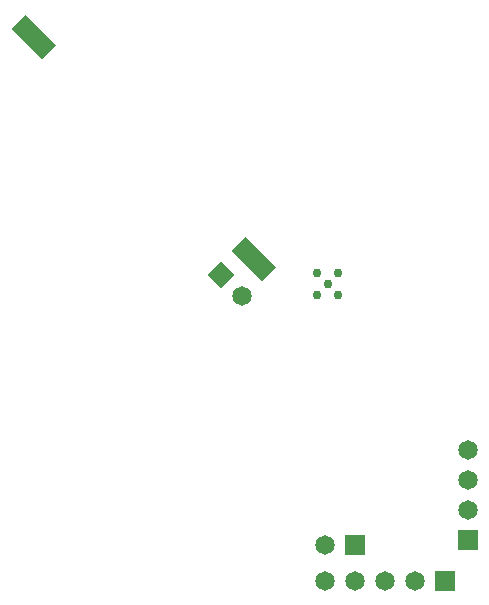
<source format=gbs>
G04*
G04 #@! TF.GenerationSoftware,Altium Limited,Altium Designer,18.0.9 (584)*
G04*
G04 Layer_Color=16711935*
%FSLAX25Y25*%
%MOIN*%
G70*
G01*
G75*
%ADD60C,0.06506*%
%ADD61R,0.06506X0.06506*%
%ADD62R,0.06506X0.06506*%
%ADD63P,0.09200X4X360.0*%
%ADD64C,0.02962*%
G04:AMPARAMS|DCode=86|XSize=66mil|YSize=143.79mil|CornerRadius=0mil|HoleSize=0mil|Usage=FLASHONLY|Rotation=45.000|XOffset=0mil|YOffset=0mil|HoleType=Round|Shape=Rectangle|*
%AMROTATEDRECTD86*
4,1,4,0.02750,-0.07417,-0.07417,0.02750,-0.02750,0.07417,0.07417,-0.02750,0.02750,-0.07417,0.0*
%
%ADD86ROTATEDRECTD86*%

D60*
X106595Y5906D02*
D03*
X116595D02*
D03*
X126594D02*
D03*
X136594D02*
D03*
X106595Y17913D02*
D03*
X154331Y29606D02*
D03*
Y39606D02*
D03*
Y49606D02*
D03*
X78839Y100886D02*
D03*
D61*
X146595Y5906D02*
D03*
X116595Y17913D02*
D03*
D62*
X154331Y19606D02*
D03*
D63*
X71767Y107957D02*
D03*
D64*
X103937Y101279D02*
D03*
Y108366D02*
D03*
X111024D02*
D03*
X107480Y104823D02*
D03*
X111024Y101279D02*
D03*
D86*
X9547Y187205D02*
D03*
X82874Y113287D02*
D03*
M02*

</source>
